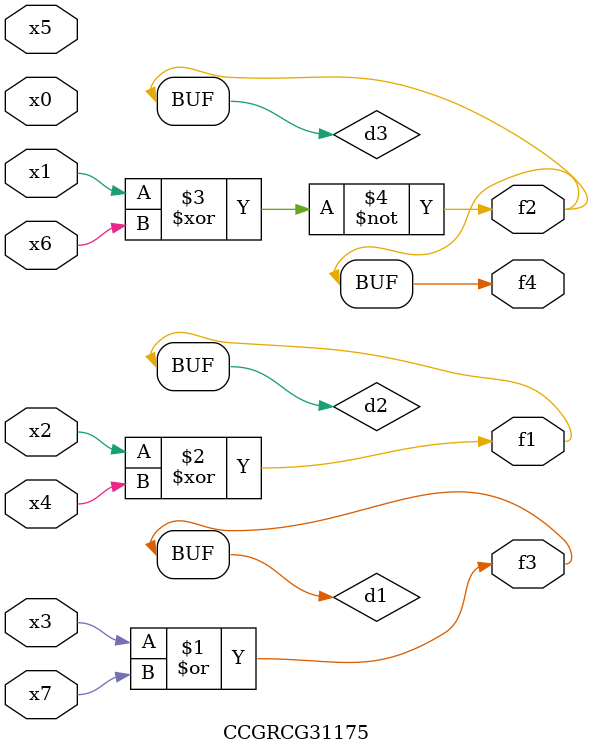
<source format=v>
module CCGRCG31175(
	input x0, x1, x2, x3, x4, x5, x6, x7,
	output f1, f2, f3, f4
);

	wire d1, d2, d3;

	or (d1, x3, x7);
	xor (d2, x2, x4);
	xnor (d3, x1, x6);
	assign f1 = d2;
	assign f2 = d3;
	assign f3 = d1;
	assign f4 = d3;
endmodule

</source>
